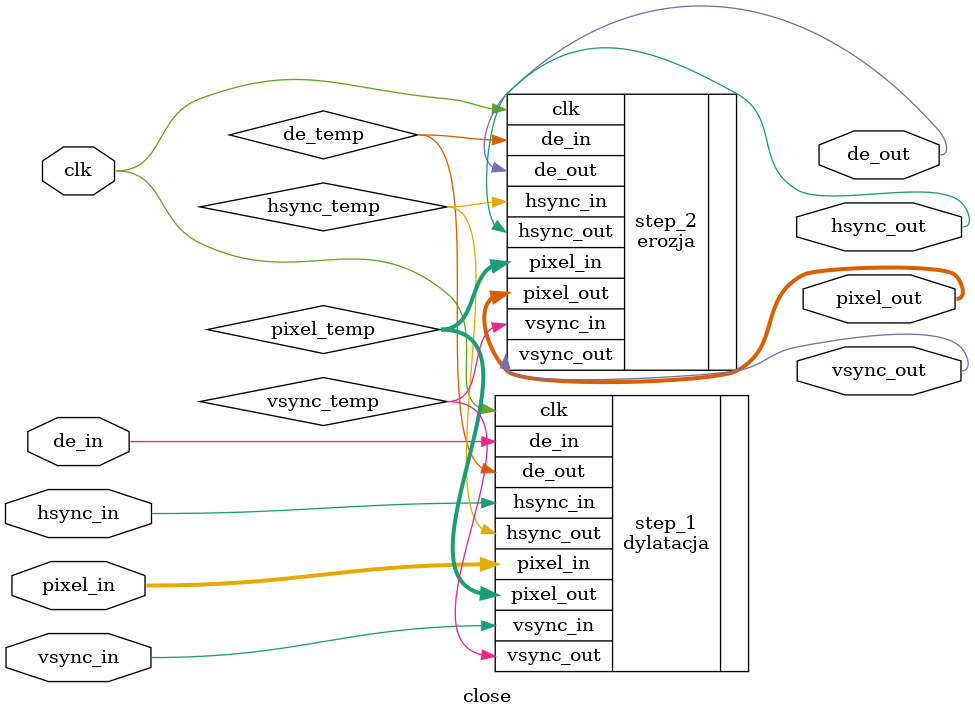
<source format=v>
`timescale 1ns / 1ps


module close
#(
    parameter H_SIZE = 83
)
(
    input clk,
    input hsync_in,
    input vsync_in,
    input de_in,
    input [23:0] pixel_in,
    
    output de_out,
    output hsync_out,
    output vsync_out,
    output [23:0] pixel_out
);

wire [23:0] pixel_temp;
wire de_temp;
wire hsync_temp;
wire vsync_temp;

dylatacja 
#(
    .H_SIZE(H_SIZE)
) 
step_1
(
    .clk(clk),
    .de_in(de_in),
    .hsync_in(hsync_in),
    .vsync_in(vsync_in),
    .pixel_in(pixel_in),
    
    .de_out(de_temp),
    .hsync_out(hsync_temp),
    .vsync_out(vsync_temp),
    .pixel_out(pixel_temp)
);
    
erozja 
#(
    .H_SIZE(H_SIZE)
) 
step_2
(
    .clk(clk),
    .de_in(de_temp),
    .hsync_in(hsync_temp),
    .vsync_in(vsync_temp),
    .pixel_in(pixel_temp),
    
    .de_out(de_out),
    .hsync_out(hsync_out),
    .vsync_out(vsync_out),
    .pixel_out(pixel_out)
);

endmodule

</source>
